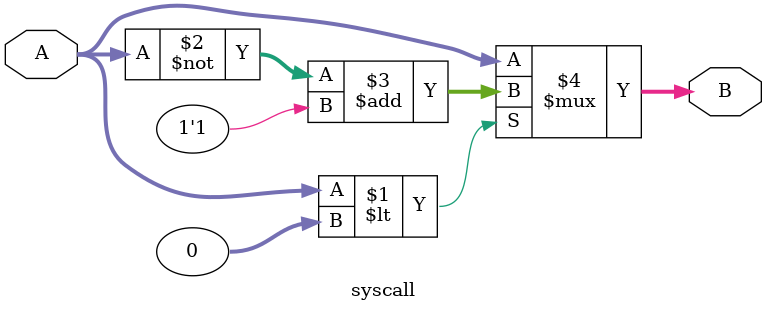
<source format=v>
module syscall (
  input signed [7:0] A,
  output [7:0] B
);
  assign B = (A < 0) ? $unsigned(~A+1'd1) : $unsigned(A) ;

endmodule

</source>
